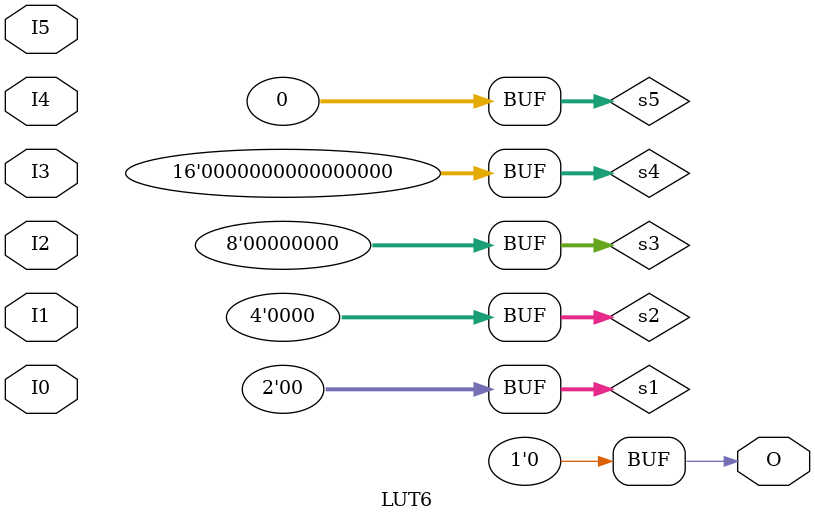
<source format=v>
/*
 *  yosys -- Yosys Open SYnthesis Suite
 *
 *  Copyright (C) 2012  Clifford Wolf <clifford@clifford.at>
 *
 *  Permission to use, copy, modify, and/or distribute this software for any
 *  purpose with or without fee is hereby granted, provided that the above
 *  copyright notice and this permission notice appear in all copies.
 *
 *  THE SOFTWARE IS PROVIDED "AS IS" AND THE AUTHOR DISCLAIMS ALL WARRANTIES
 *  WITH REGARD TO THIS SOFTWARE INCLUDING ALL IMPLIED WARRANTIES OF
 *  MERCHANTABILITY AND FITNESS. IN NO EVENT SHALL THE AUTHOR BE LIABLE FOR
 *  ANY SPECIAL, DIRECT, INDIRECT, OR CONSEQUENTIAL DAMAGES OR ANY DAMAGES
 *  WHATSOEVER RESULTING FROM LOSS OF USE, DATA OR PROFITS, WHETHER IN AN
 *  ACTION OF CONTRACT, NEGLIGENCE OR OTHER TORTIOUS ACTION, ARISING OUT OF
 *  OR IN CONNECTION WITH THE USE OR PERFORMANCE OF THIS SOFTWARE.
 *
 */

// See Xilinx UG953 and UG474 for a description of the cell types below.
// http://www.xilinx.com/support/documentation/user_guides/ug474_7Series_CLB.pdf
// http://www.xilinx.com/support/documentation/sw_manuals/xilinx2014_4/ug953-vivado-7series-libraries.pdf


module LUT1(output O, input I0);
  parameter [1:0] INIT = 0;
  assign O = I0 ? INIT[1] : INIT[0];
endmodule

module LUT2(output O, input I0, I1);
  parameter [3:0] INIT = 0;
  wire [ 1: 0] s1 = I1 ? INIT[ 3: 2] : INIT[ 1: 0];
  assign O = I0 ? s1[1] : s1[0];
endmodule

module LUT3(output O, input I0, I1, I2);
  parameter [7:0] INIT = 0;
  wire [ 3: 0] s2 = I2 ? INIT[ 7: 4] : INIT[ 3: 0];
  wire [ 1: 0] s1 = I1 ?   s2[ 3: 2] :   s2[ 1: 0];
  assign O = I0 ? s1[1] : s1[0];
endmodule

module LUT4(output O, input I0, I1, I2, I3);
  parameter [15:0] INIT = 0;
  wire [ 7: 0] s3 = I3 ? INIT[15: 8] : INIT[ 7: 0];
  wire [ 3: 0] s2 = I2 ?   s3[ 7: 4] :   s3[ 3: 0];
  wire [ 1: 0] s1 = I1 ?   s2[ 3: 2] :   s2[ 1: 0];
  assign O = I0 ? s1[1] : s1[0];
endmodule

module LUT5(output O, input I0, I1, I2, I3, I4);
  parameter [31:0] INIT = 0;
  wire [15: 0] s4 = I4 ? INIT[31:16] : INIT[15: 0];
  wire [ 7: 0] s3 = I3 ?   s4[15: 8] :   s4[ 7: 0];
  wire [ 3: 0] s2 = I2 ?   s3[ 7: 4] :   s3[ 3: 0];
  wire [ 1: 0] s1 = I1 ?   s2[ 3: 2] :   s2[ 1: 0];
  assign O = I0 ? s1[1] : s1[0];
endmodule

module LUT6(output O, input I0, I1, I2, I3, I4, I5);
  parameter [63:0] INIT = 0;
  wire [31: 0] s5 = I5 ? INIT[63:32] : INIT[31: 0];
  wire [15: 0] s4 = I4 ?   s5[31:16] :   s5[15: 0];
  wire [ 7: 0] s3 = I3 ?   s4[15: 8] :   s4[ 7: 0];
  wire [ 3: 0] s2 = I2 ?   s3[ 7: 4] :   s3[ 3: 0];
  wire [ 1: 0] s1 = I1 ?   s2[ 3: 2] :   s2[ 1: 0];
  assign O = I0 ? s1[1] : s1[0];
endmodule


</source>
